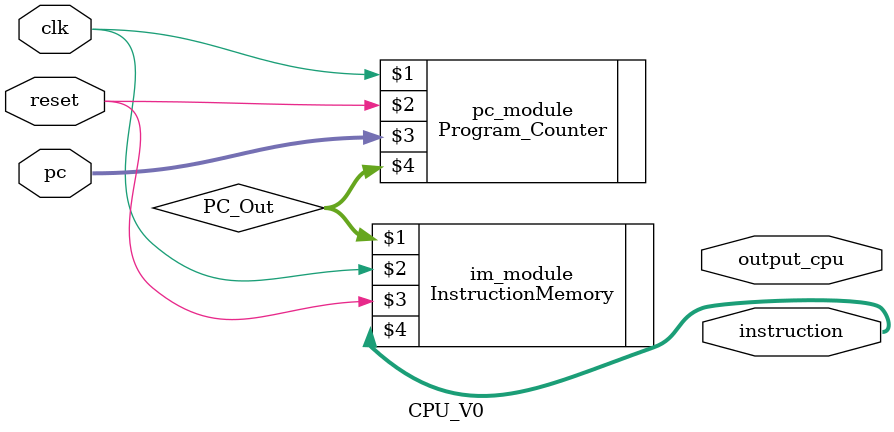
<source format=sv>
module CPU_V0(
					 input logic  [31:0] pc,
					 input logic clk, reset,
					 output logic [31:0] output_cpu,
					 output logic [31:0] instruction);
					 
					 
//Se  conecta la entrada PC a un program counter

//Program_Counter (clk_input, reset_input,pc_prima_input,pc_output);

logic [31:0] PC_Out;
Program_Counter  pc_module(clk,reset,pc,PC_Out);

//Se crea el output del Program_Counter y se conecta a la siguiente etapa 



// La siguiente estapa es el instruction memory
// module InstructionMemory (input logic [bus-1:0] address, input logic clk, reset, output logic [bus-1:0] data);

// Se crea la salida del Instruction Memory

//logic [31:0] instruction;

InstructionMemory im_module(PC_Out,clk,reset,instruction);


endmodule




</source>
